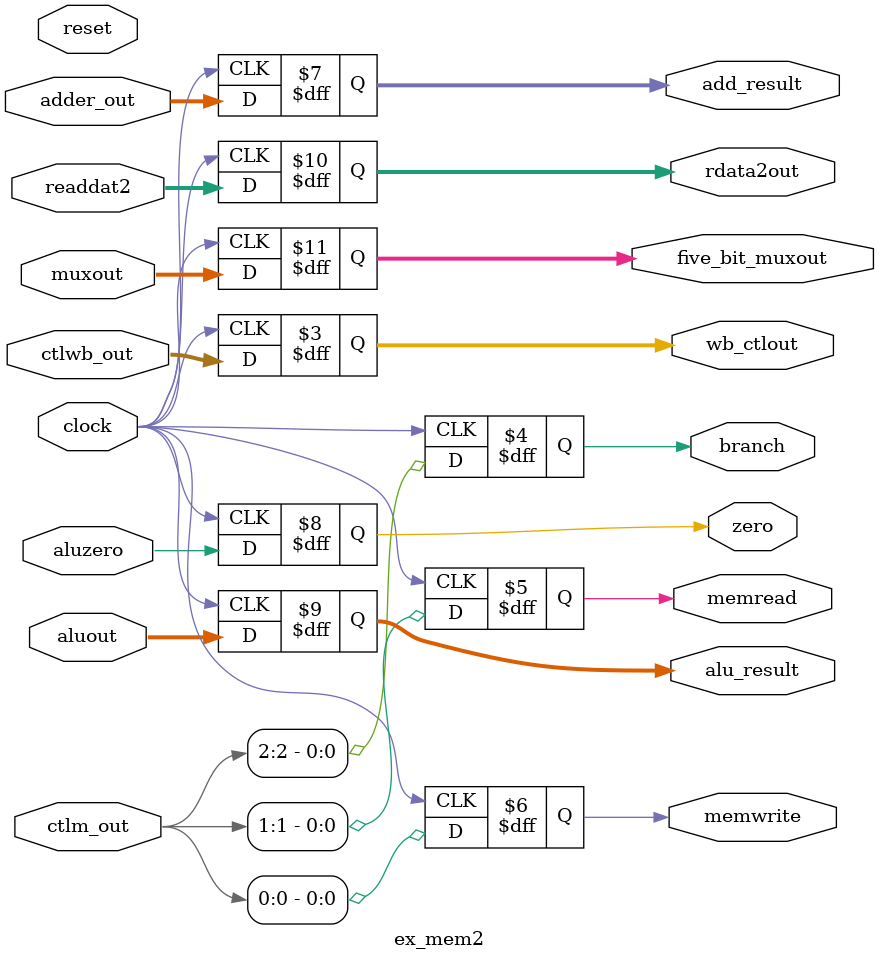
<source format=v>
module ex_mem2(
	clock,
	reset,
	ctlwb_out,
    ctlm_out,
    adder_out,
    aluzero,
    aluout, 
    readdat2,
    muxout,
    wb_ctlout,
    branch, 
    memread, 
    memwrite,
    add_result,
    zero,
    alu_result,
    rdata2out,
    five_bit_muxout
);

    input wire [1:0] ctlwb_out;
	input wire [2:0] ctlm_out;
	input wire [31:0] adder_out;
	input wire aluzero, clock, reset;
	input wire [31:0] aluout, readdat2;
	input wire [4:0] muxout;
	output reg [1:0] wb_ctlout;
	output reg branch, memread, memwrite;
	output reg [31:0] add_result;
	output reg zero;
	output reg [31:0] alu_result, rdata2out;
	output reg [4:0] five_bit_muxout;

	initial begin
		wb_ctlout <= 0; 
		branch <= 0; memread <= 0; memwrite <= 0;
		add_result <= 0;
		zero <= 0;
		alu_result <= 0; rdata2out <= 0;
		five_bit_muxout <= 0;
	end

	always@(posedge clock) begin
		wb_ctlout <= ctlwb_out;
		branch <= ctlm_out[2];    
		memread <= ctlm_out[1];       
		memwrite <= ctlm_out[0];     
                   	                          
        add_result <= adder_out;   
		zero <= aluzero;
		alu_result <= aluout;
		rdata2out <= readdat2;
		five_bit_muxout <= muxout;
	end

endmodule
</source>
